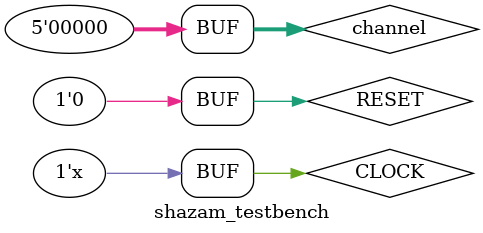
<source format=v>
`timescale 1 ns/ 1 ns

module shazam_testbench();
    reg RESET = 0;
    wire can_write_ram;
    reg CLOCK = 0;
    reg [4:0] channel = 0;

// to acheive a 50MHz clock we need a period of 20ms 
    always #10 CLOCK = ~CLOCK;

    Shazam SHAZAM_UNDER_TEST (
        .RESET(RESET),
        .CLOCK(CLOCK),
        .channel(channel),
        .can_write_ram(can_write_ram)
    );

    initial begin
        RESET = 1;

        #15;

        RESET = 0;
        
        #15;
    end
endmodule
</source>
